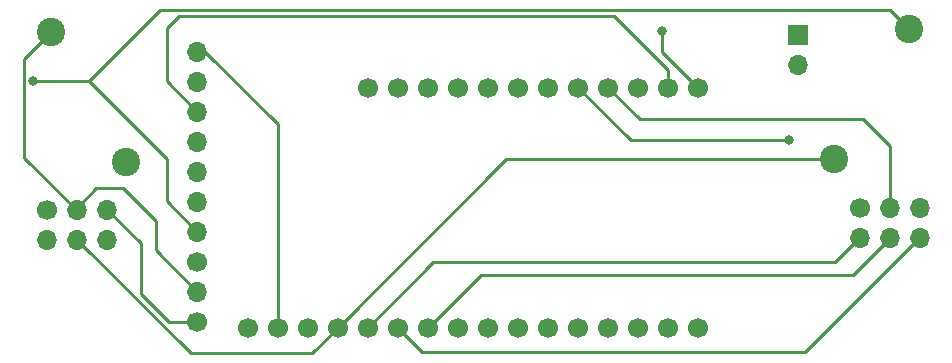
<source format=gbr>
%TF.GenerationSoftware,KiCad,Pcbnew,(7.0.0)*%
%TF.CreationDate,2023-04-06T13:34:31-07:00*%
%TF.ProjectId,Voltage_Sensor_Timer,566f6c74-6167-4655-9f53-656e736f725f,0*%
%TF.SameCoordinates,Original*%
%TF.FileFunction,Copper,L1,Top*%
%TF.FilePolarity,Positive*%
%FSLAX46Y46*%
G04 Gerber Fmt 4.6, Leading zero omitted, Abs format (unit mm)*
G04 Created by KiCad (PCBNEW (7.0.0)) date 2023-04-06 13:34:31*
%MOMM*%
%LPD*%
G01*
G04 APERTURE LIST*
G04 Aperture macros list*
%AMHorizOval*
0 Thick line with rounded ends*
0 $1 width*
0 $2 $3 position (X,Y) of the first rounded end (center of the circle)*
0 $4 $5 position (X,Y) of the second rounded end (center of the circle)*
0 Add line between two ends*
20,1,$1,$2,$3,$4,$5,0*
0 Add two circle primitives to create the rounded ends*
1,1,$1,$2,$3*
1,1,$1,$4,$5*%
G04 Aperture macros list end*
%TA.AperFunction,ComponentPad*%
%ADD10C,1.700000*%
%TD*%
%TA.AperFunction,ComponentPad*%
%ADD11C,2.400000*%
%TD*%
%TA.AperFunction,ComponentPad*%
%ADD12HorizOval,2.400000X0.000000X0.000000X0.000000X0.000000X0*%
%TD*%
%TA.AperFunction,ComponentPad*%
%ADD13O,1.700000X1.700000*%
%TD*%
%TA.AperFunction,ComponentPad*%
%ADD14HorizOval,2.400000X0.000000X0.000000X0.000000X0.000000X0*%
%TD*%
%TA.AperFunction,ComponentPad*%
%ADD15R,1.700000X1.700000*%
%TD*%
%TA.AperFunction,ViaPad*%
%ADD16C,0.800000*%
%TD*%
%TA.AperFunction,Conductor*%
%ADD17C,0.250000*%
%TD*%
G04 APERTURE END LIST*
D10*
%TO.P,ESP1,0,RESET*%
%TO.N,RESET*%
X132599192Y-106144732D03*
%TO.P,ESP1,1,3.3V*%
%TO.N,3.3V*%
X135139192Y-106144732D03*
%TO.P,ESP1,2,3.3V*%
%TO.N,unconnected-(ESP1-3.3V-Pad2)*%
X137679192Y-106144732D03*
%TO.P,ESP1,3,GND*%
%TO.N,GND*%
X140219192Y-106144732D03*
%TO.P,ESP1,4,A0*%
%TO.N,A0*%
X142759192Y-106144732D03*
%TO.P,ESP1,5,A1*%
%TO.N,A1*%
X145299192Y-106144732D03*
%TO.P,ESP1,6,A2*%
%TO.N,A2*%
X147839192Y-106144732D03*
%TO.P,ESP1,7,A3*%
%TO.N,A3*%
X150379192Y-106144732D03*
%TO.P,ESP1,8,A4*%
%TO.N,A4*%
X152919192Y-106144732D03*
%TO.P,ESP1,9,A5*%
%TO.N,A5*%
X155459192Y-106144732D03*
%TO.P,ESP1,10,SCK*%
%TO.N,SCK*%
X157999192Y-106144732D03*
%TO.P,ESP1,11,MOSI*%
%TO.N,MOSI*%
X160539192Y-106144732D03*
%TO.P,ESP1,12,MISO*%
%TO.N,MISO*%
X163079192Y-106144732D03*
%TO.P,ESP1,13,RX*%
%TO.N,RX*%
X165619192Y-106144732D03*
%TO.P,ESP1,14,TX*%
%TO.N,TX*%
X168159192Y-106144732D03*
%TO.P,ESP1,15,TXD0*%
%TO.N,TXDO*%
X170699192Y-106144732D03*
%TO.P,ESP1,16,VBAT*%
%TO.N,VBAT*%
X142759192Y-85824732D03*
%TO.P,ESP1,17,EN*%
%TO.N,unconnected-(ESP1-EN-Pad17)*%
X145299192Y-85824732D03*
%TO.P,ESP1,18,VBUS*%
%TO.N,VBUS*%
X147839192Y-85824732D03*
%TO.P,ESP1,19,D13*%
%TO.N,unconnected-(ESP1-D13-Pad19)*%
X150379192Y-85824732D03*
%TO.P,ESP1,20,D12*%
%TO.N,unconnected-(ESP1-D12-Pad20)*%
X152919192Y-85824732D03*
%TO.P,ESP1,21,D11*%
%TO.N,unconnected-(ESP1-D11-Pad21)*%
X155459192Y-85824732D03*
%TO.P,ESP1,22,D10*%
%TO.N,D10*%
X157999192Y-85824732D03*
%TO.P,ESP1,23,D9*%
%TO.N,D9*%
X160539192Y-85824732D03*
%TO.P,ESP1,24,D6*%
%TO.N,D6*%
X163079192Y-85824732D03*
%TO.P,ESP1,25,D5*%
%TO.N,D5*%
X165619192Y-85824732D03*
%TO.P,ESP1,26,SCL*%
%TO.N,SCL*%
X168159192Y-85824732D03*
%TO.P,ESP1,27,SDA*%
%TO.N,SDA*%
X170699192Y-85824732D03*
%TD*%
D11*
%TO.P,R2,1*%
%TO.N,AN0*%
X188595000Y-80860739D03*
D12*
%TO.P,R2,2*%
%TO.N,GND*%
X182244999Y-91859261D03*
%TD*%
D10*
%TO.P,J2,1,Pin_1*%
%TO.N,AN3*%
X128342521Y-105641979D03*
D13*
%TO.P,J2,2,Pin_2*%
%TO.N,AN2*%
X128342520Y-103101978D03*
D10*
%TO.P,J2,3,Pin_3*%
%TO.N,AN1*%
X128342521Y-100561979D03*
D13*
%TO.P,J2,4,Pin_4*%
%TO.N,AN0*%
X128342520Y-98021978D03*
%TO.P,J2,5,Pin_5*%
%TO.N,ALRT*%
X128342520Y-95481978D03*
%TO.P,J2,6,Pin_6*%
%TO.N,ADDR*%
X128342520Y-92941978D03*
%TO.P,J2,7,Pin_7*%
%TO.N,SDA*%
X128342520Y-90401978D03*
%TO.P,J2,8,Pin_8*%
%TO.N,SCL*%
X128342520Y-87861978D03*
%TO.P,J2,9,Pin_9*%
%TO.N,GND*%
X128342520Y-85321978D03*
%TO.P,J2,10,Pin_10*%
%TO.N,3.3V*%
X128342520Y-82781978D03*
%TD*%
D10*
%TO.P,J1,1,Pin_1*%
%TO.N,AN1*%
X115585000Y-96204000D03*
D13*
%TO.P,J1,2,Pin_2*%
%TO.N,AN0*%
X115584999Y-98743999D03*
%TO.P,J1,3,Pin_3*%
%TO.N,AN2*%
X118124999Y-96203999D03*
%TO.P,J1,4,Pin_4*%
%TO.N,GND*%
X118124999Y-98743999D03*
%TO.P,J1,5,Pin_5*%
%TO.N,AN3*%
X120664999Y-96203999D03*
%TO.P,J1,6,Pin_6*%
%TO.N,VBUS*%
X120664999Y-98743999D03*
%TD*%
D10*
%TO.P,J4,1,Pin_1*%
%TO.N,D5*%
X184404000Y-96012000D03*
D13*
%TO.P,J4,2,Pin_2*%
%TO.N,A0*%
X184403999Y-98551999D03*
%TO.P,J4,3,Pin_3*%
%TO.N,D6*%
X186943999Y-96011999D03*
%TO.P,J4,4,Pin_4*%
%TO.N,A2*%
X186943999Y-98551999D03*
%TO.P,J4,5,Pin_5*%
%TO.N,D9*%
X189483999Y-96011999D03*
%TO.P,J4,6,Pin_6*%
%TO.N,A1*%
X189483999Y-98551999D03*
%TD*%
D11*
%TO.P,R3,1*%
%TO.N,AN2*%
X115951000Y-81114739D03*
D14*
%TO.P,R3,2*%
%TO.N,GND*%
X122300999Y-92113261D03*
%TD*%
D15*
%TO.P,J3,1,Pin_1*%
%TO.N,D5*%
X179196999Y-81406999D03*
D13*
%TO.P,J3,2,Pin_2*%
%TO.N,GND*%
X179196999Y-83946999D03*
%TD*%
D16*
%TO.N,AN0*%
X114398104Y-85257568D03*
%TO.N,SDA*%
X167640000Y-81026000D03*
%TO.N,D9*%
X178435000Y-90297000D03*
%TD*%
D17*
%TO.N,3.3V*%
X135139192Y-88911192D02*
X135139192Y-106144732D01*
X129009979Y-82781979D02*
X135139192Y-88911192D01*
X128342521Y-82781979D02*
X129009979Y-82781979D01*
%TO.N,GND*%
X138085000Y-108278924D02*
X127766151Y-108278924D01*
X182245000Y-91859262D02*
X154504662Y-91859262D01*
X140219192Y-106144732D02*
X138085000Y-108278924D01*
X154504662Y-91859262D02*
X140219192Y-106144732D01*
X127766151Y-108278924D02*
X118085256Y-98598029D01*
%TO.N,AN3*%
X123579629Y-99012402D02*
X123579629Y-103256365D01*
X123579629Y-103256365D02*
X125965243Y-105641979D01*
X125965243Y-105641979D02*
X128342521Y-105641979D01*
X120625256Y-96058029D02*
X123579629Y-99012402D01*
%TO.N,AN2*%
X113673104Y-91752104D02*
X113673104Y-83392635D01*
X118125000Y-96204000D02*
X113673104Y-91752104D01*
X128342521Y-103101979D02*
X124835036Y-99594494D01*
X119786365Y-94356920D02*
X118085256Y-96058029D01*
X122073139Y-94356920D02*
X119786365Y-94356920D01*
X124835036Y-99594494D02*
X124835036Y-97118817D01*
X124835036Y-97118817D02*
X122073139Y-94356920D01*
X113673104Y-83392635D02*
X115951000Y-81114739D01*
%TO.N,AN0*%
X125730000Y-91840613D02*
X125730000Y-95409458D01*
X119146955Y-85257568D02*
X125156523Y-79248000D01*
X125730000Y-95409458D02*
X128342521Y-98021979D01*
X186982261Y-79248000D02*
X188595000Y-80860739D01*
X114398104Y-85257568D02*
X119146955Y-85257568D01*
X119146955Y-85257568D02*
X125730000Y-91840613D01*
X125156523Y-79248000D02*
X186982261Y-79248000D01*
%TO.N,SDA*%
X170699192Y-85824732D02*
X167640000Y-82765540D01*
X167640000Y-82765540D02*
X167640000Y-81026000D01*
%TO.N,SCL*%
X163576000Y-79756000D02*
X126746000Y-79756000D01*
X125730000Y-80772000D02*
X125730000Y-85249458D01*
X125730000Y-85249458D02*
X128342521Y-87861979D01*
X168159192Y-85824732D02*
X168159192Y-84339192D01*
X168159192Y-84339192D02*
X163576000Y-79756000D01*
X126746000Y-79756000D02*
X125730000Y-80772000D01*
%TO.N,A0*%
X182357000Y-100584000D02*
X148319924Y-100584000D01*
X184389000Y-98552000D02*
X182357000Y-100584000D01*
X148319924Y-100584000D02*
X142759192Y-106144732D01*
%TO.N,A1*%
X189469000Y-98552000D02*
X179817000Y-108204000D01*
X179817000Y-108204000D02*
X147358460Y-108204000D01*
X147358460Y-108204000D02*
X145299192Y-106144732D01*
%TO.N,A2*%
X183825957Y-101670043D02*
X186944000Y-98552000D01*
X152313881Y-101670043D02*
X183825957Y-101670043D01*
X147839192Y-106144732D02*
X152313881Y-101670043D01*
%TO.N,D6*%
X184658000Y-88519000D02*
X186944000Y-90805000D01*
X186944000Y-90805000D02*
X186944000Y-96012000D01*
X165773460Y-88519000D02*
X184658000Y-88519000D01*
X163079192Y-85824732D02*
X165773460Y-88519000D01*
%TO.N,D9*%
X165011460Y-90297000D02*
X178435000Y-90297000D01*
X160539192Y-85824732D02*
X165011460Y-90297000D01*
%TD*%
M02*

</source>
